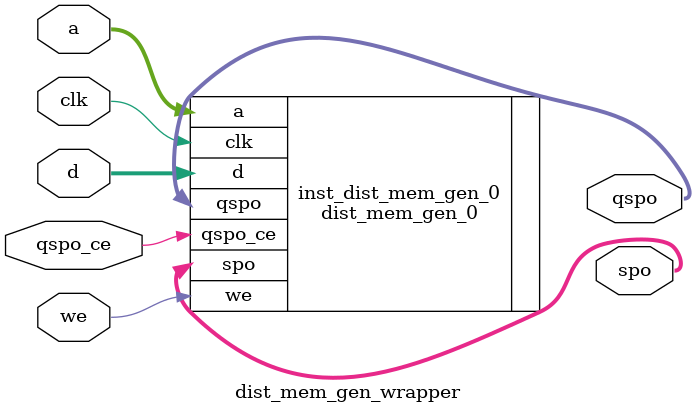
<source format=sv>
module dist_mem_gen_wrapper(
    input logic [5:0] a,
    input logic [15:0] d,
    input logic clk,
    input logic we,
    input logic qspo_ce,
    output logic [15:0] spo,
    output logic [15:0] qspo
    );
    
    dist_mem_gen_0 inst_dist_mem_gen_0(
        .a(a),
        .d(d),
        .clk(clk),
        .we(we),
        .qspo_ce(qspo_ce),
        .spo(spo),        
        .qspo(qspo)
    );
    
    
endmodule

</source>
